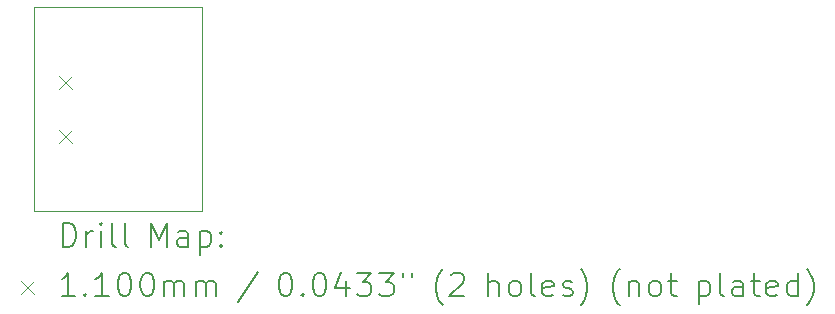
<source format=gbr>
%TF.GenerationSoftware,KiCad,Pcbnew,7.0.0-da2b9df05c~163~ubuntu22.04.1*%
%TF.CreationDate,2023-02-19T21:10:31+00:00*%
%TF.ProjectId,simpleadapter,73696d70-6c65-4616-9461-707465722e6b,rev?*%
%TF.SameCoordinates,Original*%
%TF.FileFunction,Drillmap*%
%TF.FilePolarity,Positive*%
%FSLAX45Y45*%
G04 Gerber Fmt 4.5, Leading zero omitted, Abs format (unit mm)*
G04 Created by KiCad (PCBNEW 7.0.0-da2b9df05c~163~ubuntu22.04.1) date 2023-02-19 21:10:31*
%MOMM*%
%LPD*%
G01*
G04 APERTURE LIST*
%ADD10C,0.100000*%
%ADD11C,0.200000*%
%ADD12C,0.110000*%
G04 APERTURE END LIST*
D10*
X14655800Y-8559800D02*
X16078200Y-8559800D01*
X16078200Y-8559800D02*
X16078200Y-10287000D01*
X16078200Y-10287000D02*
X14655800Y-10287000D01*
X14655800Y-10287000D02*
X14655800Y-8559800D01*
D11*
D12*
X14862700Y-9143400D02*
X14972700Y-9253400D01*
X14972700Y-9143400D02*
X14862700Y-9253400D01*
X14862700Y-9593400D02*
X14972700Y-9703400D01*
X14972700Y-9593400D02*
X14862700Y-9703400D01*
D11*
X14898419Y-10585476D02*
X14898419Y-10385476D01*
X14898419Y-10385476D02*
X14946038Y-10385476D01*
X14946038Y-10385476D02*
X14974609Y-10395000D01*
X14974609Y-10395000D02*
X14993657Y-10414048D01*
X14993657Y-10414048D02*
X15003181Y-10433095D01*
X15003181Y-10433095D02*
X15012705Y-10471190D01*
X15012705Y-10471190D02*
X15012705Y-10499762D01*
X15012705Y-10499762D02*
X15003181Y-10537857D01*
X15003181Y-10537857D02*
X14993657Y-10556905D01*
X14993657Y-10556905D02*
X14974609Y-10575952D01*
X14974609Y-10575952D02*
X14946038Y-10585476D01*
X14946038Y-10585476D02*
X14898419Y-10585476D01*
X15098419Y-10585476D02*
X15098419Y-10452143D01*
X15098419Y-10490238D02*
X15107943Y-10471190D01*
X15107943Y-10471190D02*
X15117467Y-10461667D01*
X15117467Y-10461667D02*
X15136514Y-10452143D01*
X15136514Y-10452143D02*
X15155562Y-10452143D01*
X15222228Y-10585476D02*
X15222228Y-10452143D01*
X15222228Y-10385476D02*
X15212705Y-10395000D01*
X15212705Y-10395000D02*
X15222228Y-10404524D01*
X15222228Y-10404524D02*
X15231752Y-10395000D01*
X15231752Y-10395000D02*
X15222228Y-10385476D01*
X15222228Y-10385476D02*
X15222228Y-10404524D01*
X15346038Y-10585476D02*
X15326990Y-10575952D01*
X15326990Y-10575952D02*
X15317467Y-10556905D01*
X15317467Y-10556905D02*
X15317467Y-10385476D01*
X15450800Y-10585476D02*
X15431752Y-10575952D01*
X15431752Y-10575952D02*
X15422228Y-10556905D01*
X15422228Y-10556905D02*
X15422228Y-10385476D01*
X15646990Y-10585476D02*
X15646990Y-10385476D01*
X15646990Y-10385476D02*
X15713657Y-10528333D01*
X15713657Y-10528333D02*
X15780324Y-10385476D01*
X15780324Y-10385476D02*
X15780324Y-10585476D01*
X15961276Y-10585476D02*
X15961276Y-10480714D01*
X15961276Y-10480714D02*
X15951752Y-10461667D01*
X15951752Y-10461667D02*
X15932705Y-10452143D01*
X15932705Y-10452143D02*
X15894609Y-10452143D01*
X15894609Y-10452143D02*
X15875562Y-10461667D01*
X15961276Y-10575952D02*
X15942228Y-10585476D01*
X15942228Y-10585476D02*
X15894609Y-10585476D01*
X15894609Y-10585476D02*
X15875562Y-10575952D01*
X15875562Y-10575952D02*
X15866038Y-10556905D01*
X15866038Y-10556905D02*
X15866038Y-10537857D01*
X15866038Y-10537857D02*
X15875562Y-10518810D01*
X15875562Y-10518810D02*
X15894609Y-10509286D01*
X15894609Y-10509286D02*
X15942228Y-10509286D01*
X15942228Y-10509286D02*
X15961276Y-10499762D01*
X16056514Y-10452143D02*
X16056514Y-10652143D01*
X16056514Y-10461667D02*
X16075562Y-10452143D01*
X16075562Y-10452143D02*
X16113657Y-10452143D01*
X16113657Y-10452143D02*
X16132705Y-10461667D01*
X16132705Y-10461667D02*
X16142228Y-10471190D01*
X16142228Y-10471190D02*
X16151752Y-10490238D01*
X16151752Y-10490238D02*
X16151752Y-10547381D01*
X16151752Y-10547381D02*
X16142228Y-10566429D01*
X16142228Y-10566429D02*
X16132705Y-10575952D01*
X16132705Y-10575952D02*
X16113657Y-10585476D01*
X16113657Y-10585476D02*
X16075562Y-10585476D01*
X16075562Y-10585476D02*
X16056514Y-10575952D01*
X16237467Y-10566429D02*
X16246990Y-10575952D01*
X16246990Y-10575952D02*
X16237467Y-10585476D01*
X16237467Y-10585476D02*
X16227943Y-10575952D01*
X16227943Y-10575952D02*
X16237467Y-10566429D01*
X16237467Y-10566429D02*
X16237467Y-10585476D01*
X16237467Y-10461667D02*
X16246990Y-10471190D01*
X16246990Y-10471190D02*
X16237467Y-10480714D01*
X16237467Y-10480714D02*
X16227943Y-10471190D01*
X16227943Y-10471190D02*
X16237467Y-10461667D01*
X16237467Y-10461667D02*
X16237467Y-10480714D01*
D12*
X14540800Y-10877000D02*
X14650800Y-10987000D01*
X14650800Y-10877000D02*
X14540800Y-10987000D01*
D11*
X15003181Y-11005476D02*
X14888895Y-11005476D01*
X14946038Y-11005476D02*
X14946038Y-10805476D01*
X14946038Y-10805476D02*
X14926990Y-10834048D01*
X14926990Y-10834048D02*
X14907943Y-10853095D01*
X14907943Y-10853095D02*
X14888895Y-10862619D01*
X15088895Y-10986429D02*
X15098419Y-10995952D01*
X15098419Y-10995952D02*
X15088895Y-11005476D01*
X15088895Y-11005476D02*
X15079371Y-10995952D01*
X15079371Y-10995952D02*
X15088895Y-10986429D01*
X15088895Y-10986429D02*
X15088895Y-11005476D01*
X15288895Y-11005476D02*
X15174609Y-11005476D01*
X15231752Y-11005476D02*
X15231752Y-10805476D01*
X15231752Y-10805476D02*
X15212705Y-10834048D01*
X15212705Y-10834048D02*
X15193657Y-10853095D01*
X15193657Y-10853095D02*
X15174609Y-10862619D01*
X15412705Y-10805476D02*
X15431752Y-10805476D01*
X15431752Y-10805476D02*
X15450800Y-10815000D01*
X15450800Y-10815000D02*
X15460324Y-10824524D01*
X15460324Y-10824524D02*
X15469848Y-10843571D01*
X15469848Y-10843571D02*
X15479371Y-10881667D01*
X15479371Y-10881667D02*
X15479371Y-10929286D01*
X15479371Y-10929286D02*
X15469848Y-10967381D01*
X15469848Y-10967381D02*
X15460324Y-10986429D01*
X15460324Y-10986429D02*
X15450800Y-10995952D01*
X15450800Y-10995952D02*
X15431752Y-11005476D01*
X15431752Y-11005476D02*
X15412705Y-11005476D01*
X15412705Y-11005476D02*
X15393657Y-10995952D01*
X15393657Y-10995952D02*
X15384133Y-10986429D01*
X15384133Y-10986429D02*
X15374609Y-10967381D01*
X15374609Y-10967381D02*
X15365086Y-10929286D01*
X15365086Y-10929286D02*
X15365086Y-10881667D01*
X15365086Y-10881667D02*
X15374609Y-10843571D01*
X15374609Y-10843571D02*
X15384133Y-10824524D01*
X15384133Y-10824524D02*
X15393657Y-10815000D01*
X15393657Y-10815000D02*
X15412705Y-10805476D01*
X15603181Y-10805476D02*
X15622229Y-10805476D01*
X15622229Y-10805476D02*
X15641276Y-10815000D01*
X15641276Y-10815000D02*
X15650800Y-10824524D01*
X15650800Y-10824524D02*
X15660324Y-10843571D01*
X15660324Y-10843571D02*
X15669848Y-10881667D01*
X15669848Y-10881667D02*
X15669848Y-10929286D01*
X15669848Y-10929286D02*
X15660324Y-10967381D01*
X15660324Y-10967381D02*
X15650800Y-10986429D01*
X15650800Y-10986429D02*
X15641276Y-10995952D01*
X15641276Y-10995952D02*
X15622229Y-11005476D01*
X15622229Y-11005476D02*
X15603181Y-11005476D01*
X15603181Y-11005476D02*
X15584133Y-10995952D01*
X15584133Y-10995952D02*
X15574609Y-10986429D01*
X15574609Y-10986429D02*
X15565086Y-10967381D01*
X15565086Y-10967381D02*
X15555562Y-10929286D01*
X15555562Y-10929286D02*
X15555562Y-10881667D01*
X15555562Y-10881667D02*
X15565086Y-10843571D01*
X15565086Y-10843571D02*
X15574609Y-10824524D01*
X15574609Y-10824524D02*
X15584133Y-10815000D01*
X15584133Y-10815000D02*
X15603181Y-10805476D01*
X15755562Y-11005476D02*
X15755562Y-10872143D01*
X15755562Y-10891190D02*
X15765086Y-10881667D01*
X15765086Y-10881667D02*
X15784133Y-10872143D01*
X15784133Y-10872143D02*
X15812705Y-10872143D01*
X15812705Y-10872143D02*
X15831752Y-10881667D01*
X15831752Y-10881667D02*
X15841276Y-10900714D01*
X15841276Y-10900714D02*
X15841276Y-11005476D01*
X15841276Y-10900714D02*
X15850800Y-10881667D01*
X15850800Y-10881667D02*
X15869848Y-10872143D01*
X15869848Y-10872143D02*
X15898419Y-10872143D01*
X15898419Y-10872143D02*
X15917467Y-10881667D01*
X15917467Y-10881667D02*
X15926990Y-10900714D01*
X15926990Y-10900714D02*
X15926990Y-11005476D01*
X16022229Y-11005476D02*
X16022229Y-10872143D01*
X16022229Y-10891190D02*
X16031752Y-10881667D01*
X16031752Y-10881667D02*
X16050800Y-10872143D01*
X16050800Y-10872143D02*
X16079371Y-10872143D01*
X16079371Y-10872143D02*
X16098419Y-10881667D01*
X16098419Y-10881667D02*
X16107943Y-10900714D01*
X16107943Y-10900714D02*
X16107943Y-11005476D01*
X16107943Y-10900714D02*
X16117467Y-10881667D01*
X16117467Y-10881667D02*
X16136514Y-10872143D01*
X16136514Y-10872143D02*
X16165086Y-10872143D01*
X16165086Y-10872143D02*
X16184133Y-10881667D01*
X16184133Y-10881667D02*
X16193657Y-10900714D01*
X16193657Y-10900714D02*
X16193657Y-11005476D01*
X16551752Y-10795952D02*
X16380324Y-11053095D01*
X16776514Y-10805476D02*
X16795562Y-10805476D01*
X16795562Y-10805476D02*
X16814610Y-10815000D01*
X16814610Y-10815000D02*
X16824133Y-10824524D01*
X16824133Y-10824524D02*
X16833657Y-10843571D01*
X16833657Y-10843571D02*
X16843181Y-10881667D01*
X16843181Y-10881667D02*
X16843181Y-10929286D01*
X16843181Y-10929286D02*
X16833657Y-10967381D01*
X16833657Y-10967381D02*
X16824133Y-10986429D01*
X16824133Y-10986429D02*
X16814610Y-10995952D01*
X16814610Y-10995952D02*
X16795562Y-11005476D01*
X16795562Y-11005476D02*
X16776514Y-11005476D01*
X16776514Y-11005476D02*
X16757467Y-10995952D01*
X16757467Y-10995952D02*
X16747943Y-10986429D01*
X16747943Y-10986429D02*
X16738419Y-10967381D01*
X16738419Y-10967381D02*
X16728895Y-10929286D01*
X16728895Y-10929286D02*
X16728895Y-10881667D01*
X16728895Y-10881667D02*
X16738419Y-10843571D01*
X16738419Y-10843571D02*
X16747943Y-10824524D01*
X16747943Y-10824524D02*
X16757467Y-10815000D01*
X16757467Y-10815000D02*
X16776514Y-10805476D01*
X16928895Y-10986429D02*
X16938419Y-10995952D01*
X16938419Y-10995952D02*
X16928895Y-11005476D01*
X16928895Y-11005476D02*
X16919372Y-10995952D01*
X16919372Y-10995952D02*
X16928895Y-10986429D01*
X16928895Y-10986429D02*
X16928895Y-11005476D01*
X17062229Y-10805476D02*
X17081276Y-10805476D01*
X17081276Y-10805476D02*
X17100324Y-10815000D01*
X17100324Y-10815000D02*
X17109848Y-10824524D01*
X17109848Y-10824524D02*
X17119372Y-10843571D01*
X17119372Y-10843571D02*
X17128895Y-10881667D01*
X17128895Y-10881667D02*
X17128895Y-10929286D01*
X17128895Y-10929286D02*
X17119372Y-10967381D01*
X17119372Y-10967381D02*
X17109848Y-10986429D01*
X17109848Y-10986429D02*
X17100324Y-10995952D01*
X17100324Y-10995952D02*
X17081276Y-11005476D01*
X17081276Y-11005476D02*
X17062229Y-11005476D01*
X17062229Y-11005476D02*
X17043181Y-10995952D01*
X17043181Y-10995952D02*
X17033657Y-10986429D01*
X17033657Y-10986429D02*
X17024133Y-10967381D01*
X17024133Y-10967381D02*
X17014610Y-10929286D01*
X17014610Y-10929286D02*
X17014610Y-10881667D01*
X17014610Y-10881667D02*
X17024133Y-10843571D01*
X17024133Y-10843571D02*
X17033657Y-10824524D01*
X17033657Y-10824524D02*
X17043181Y-10815000D01*
X17043181Y-10815000D02*
X17062229Y-10805476D01*
X17300324Y-10872143D02*
X17300324Y-11005476D01*
X17252705Y-10795952D02*
X17205086Y-10938810D01*
X17205086Y-10938810D02*
X17328895Y-10938810D01*
X17386038Y-10805476D02*
X17509848Y-10805476D01*
X17509848Y-10805476D02*
X17443181Y-10881667D01*
X17443181Y-10881667D02*
X17471753Y-10881667D01*
X17471753Y-10881667D02*
X17490800Y-10891190D01*
X17490800Y-10891190D02*
X17500324Y-10900714D01*
X17500324Y-10900714D02*
X17509848Y-10919762D01*
X17509848Y-10919762D02*
X17509848Y-10967381D01*
X17509848Y-10967381D02*
X17500324Y-10986429D01*
X17500324Y-10986429D02*
X17490800Y-10995952D01*
X17490800Y-10995952D02*
X17471753Y-11005476D01*
X17471753Y-11005476D02*
X17414610Y-11005476D01*
X17414610Y-11005476D02*
X17395562Y-10995952D01*
X17395562Y-10995952D02*
X17386038Y-10986429D01*
X17576514Y-10805476D02*
X17700324Y-10805476D01*
X17700324Y-10805476D02*
X17633657Y-10881667D01*
X17633657Y-10881667D02*
X17662229Y-10881667D01*
X17662229Y-10881667D02*
X17681276Y-10891190D01*
X17681276Y-10891190D02*
X17690800Y-10900714D01*
X17690800Y-10900714D02*
X17700324Y-10919762D01*
X17700324Y-10919762D02*
X17700324Y-10967381D01*
X17700324Y-10967381D02*
X17690800Y-10986429D01*
X17690800Y-10986429D02*
X17681276Y-10995952D01*
X17681276Y-10995952D02*
X17662229Y-11005476D01*
X17662229Y-11005476D02*
X17605086Y-11005476D01*
X17605086Y-11005476D02*
X17586038Y-10995952D01*
X17586038Y-10995952D02*
X17576514Y-10986429D01*
X17776514Y-10805476D02*
X17776514Y-10843571D01*
X17852705Y-10805476D02*
X17852705Y-10843571D01*
X18115562Y-11081667D02*
X18106038Y-11072143D01*
X18106038Y-11072143D02*
X18086991Y-11043571D01*
X18086991Y-11043571D02*
X18077467Y-11024524D01*
X18077467Y-11024524D02*
X18067943Y-10995952D01*
X18067943Y-10995952D02*
X18058419Y-10948333D01*
X18058419Y-10948333D02*
X18058419Y-10910238D01*
X18058419Y-10910238D02*
X18067943Y-10862619D01*
X18067943Y-10862619D02*
X18077467Y-10834048D01*
X18077467Y-10834048D02*
X18086991Y-10815000D01*
X18086991Y-10815000D02*
X18106038Y-10786429D01*
X18106038Y-10786429D02*
X18115562Y-10776905D01*
X18182229Y-10824524D02*
X18191753Y-10815000D01*
X18191753Y-10815000D02*
X18210800Y-10805476D01*
X18210800Y-10805476D02*
X18258419Y-10805476D01*
X18258419Y-10805476D02*
X18277467Y-10815000D01*
X18277467Y-10815000D02*
X18286991Y-10824524D01*
X18286991Y-10824524D02*
X18296514Y-10843571D01*
X18296514Y-10843571D02*
X18296514Y-10862619D01*
X18296514Y-10862619D02*
X18286991Y-10891190D01*
X18286991Y-10891190D02*
X18172705Y-11005476D01*
X18172705Y-11005476D02*
X18296514Y-11005476D01*
X18502229Y-11005476D02*
X18502229Y-10805476D01*
X18587943Y-11005476D02*
X18587943Y-10900714D01*
X18587943Y-10900714D02*
X18578419Y-10881667D01*
X18578419Y-10881667D02*
X18559372Y-10872143D01*
X18559372Y-10872143D02*
X18530800Y-10872143D01*
X18530800Y-10872143D02*
X18511753Y-10881667D01*
X18511753Y-10881667D02*
X18502229Y-10891190D01*
X18711753Y-11005476D02*
X18692705Y-10995952D01*
X18692705Y-10995952D02*
X18683181Y-10986429D01*
X18683181Y-10986429D02*
X18673657Y-10967381D01*
X18673657Y-10967381D02*
X18673657Y-10910238D01*
X18673657Y-10910238D02*
X18683181Y-10891190D01*
X18683181Y-10891190D02*
X18692705Y-10881667D01*
X18692705Y-10881667D02*
X18711753Y-10872143D01*
X18711753Y-10872143D02*
X18740324Y-10872143D01*
X18740324Y-10872143D02*
X18759372Y-10881667D01*
X18759372Y-10881667D02*
X18768895Y-10891190D01*
X18768895Y-10891190D02*
X18778419Y-10910238D01*
X18778419Y-10910238D02*
X18778419Y-10967381D01*
X18778419Y-10967381D02*
X18768895Y-10986429D01*
X18768895Y-10986429D02*
X18759372Y-10995952D01*
X18759372Y-10995952D02*
X18740324Y-11005476D01*
X18740324Y-11005476D02*
X18711753Y-11005476D01*
X18892705Y-11005476D02*
X18873657Y-10995952D01*
X18873657Y-10995952D02*
X18864134Y-10976905D01*
X18864134Y-10976905D02*
X18864134Y-10805476D01*
X19045086Y-10995952D02*
X19026038Y-11005476D01*
X19026038Y-11005476D02*
X18987943Y-11005476D01*
X18987943Y-11005476D02*
X18968895Y-10995952D01*
X18968895Y-10995952D02*
X18959372Y-10976905D01*
X18959372Y-10976905D02*
X18959372Y-10900714D01*
X18959372Y-10900714D02*
X18968895Y-10881667D01*
X18968895Y-10881667D02*
X18987943Y-10872143D01*
X18987943Y-10872143D02*
X19026038Y-10872143D01*
X19026038Y-10872143D02*
X19045086Y-10881667D01*
X19045086Y-10881667D02*
X19054610Y-10900714D01*
X19054610Y-10900714D02*
X19054610Y-10919762D01*
X19054610Y-10919762D02*
X18959372Y-10938810D01*
X19130800Y-10995952D02*
X19149848Y-11005476D01*
X19149848Y-11005476D02*
X19187943Y-11005476D01*
X19187943Y-11005476D02*
X19206991Y-10995952D01*
X19206991Y-10995952D02*
X19216515Y-10976905D01*
X19216515Y-10976905D02*
X19216515Y-10967381D01*
X19216515Y-10967381D02*
X19206991Y-10948333D01*
X19206991Y-10948333D02*
X19187943Y-10938810D01*
X19187943Y-10938810D02*
X19159372Y-10938810D01*
X19159372Y-10938810D02*
X19140324Y-10929286D01*
X19140324Y-10929286D02*
X19130800Y-10910238D01*
X19130800Y-10910238D02*
X19130800Y-10900714D01*
X19130800Y-10900714D02*
X19140324Y-10881667D01*
X19140324Y-10881667D02*
X19159372Y-10872143D01*
X19159372Y-10872143D02*
X19187943Y-10872143D01*
X19187943Y-10872143D02*
X19206991Y-10881667D01*
X19283181Y-11081667D02*
X19292705Y-11072143D01*
X19292705Y-11072143D02*
X19311753Y-11043571D01*
X19311753Y-11043571D02*
X19321276Y-11024524D01*
X19321276Y-11024524D02*
X19330800Y-10995952D01*
X19330800Y-10995952D02*
X19340324Y-10948333D01*
X19340324Y-10948333D02*
X19340324Y-10910238D01*
X19340324Y-10910238D02*
X19330800Y-10862619D01*
X19330800Y-10862619D02*
X19321276Y-10834048D01*
X19321276Y-10834048D02*
X19311753Y-10815000D01*
X19311753Y-10815000D02*
X19292705Y-10786429D01*
X19292705Y-10786429D02*
X19283181Y-10776905D01*
X19612705Y-11081667D02*
X19603181Y-11072143D01*
X19603181Y-11072143D02*
X19584134Y-11043571D01*
X19584134Y-11043571D02*
X19574610Y-11024524D01*
X19574610Y-11024524D02*
X19565086Y-10995952D01*
X19565086Y-10995952D02*
X19555562Y-10948333D01*
X19555562Y-10948333D02*
X19555562Y-10910238D01*
X19555562Y-10910238D02*
X19565086Y-10862619D01*
X19565086Y-10862619D02*
X19574610Y-10834048D01*
X19574610Y-10834048D02*
X19584134Y-10815000D01*
X19584134Y-10815000D02*
X19603181Y-10786429D01*
X19603181Y-10786429D02*
X19612705Y-10776905D01*
X19688895Y-10872143D02*
X19688895Y-11005476D01*
X19688895Y-10891190D02*
X19698419Y-10881667D01*
X19698419Y-10881667D02*
X19717467Y-10872143D01*
X19717467Y-10872143D02*
X19746038Y-10872143D01*
X19746038Y-10872143D02*
X19765086Y-10881667D01*
X19765086Y-10881667D02*
X19774610Y-10900714D01*
X19774610Y-10900714D02*
X19774610Y-11005476D01*
X19898419Y-11005476D02*
X19879372Y-10995952D01*
X19879372Y-10995952D02*
X19869848Y-10986429D01*
X19869848Y-10986429D02*
X19860324Y-10967381D01*
X19860324Y-10967381D02*
X19860324Y-10910238D01*
X19860324Y-10910238D02*
X19869848Y-10891190D01*
X19869848Y-10891190D02*
X19879372Y-10881667D01*
X19879372Y-10881667D02*
X19898419Y-10872143D01*
X19898419Y-10872143D02*
X19926991Y-10872143D01*
X19926991Y-10872143D02*
X19946038Y-10881667D01*
X19946038Y-10881667D02*
X19955562Y-10891190D01*
X19955562Y-10891190D02*
X19965086Y-10910238D01*
X19965086Y-10910238D02*
X19965086Y-10967381D01*
X19965086Y-10967381D02*
X19955562Y-10986429D01*
X19955562Y-10986429D02*
X19946038Y-10995952D01*
X19946038Y-10995952D02*
X19926991Y-11005476D01*
X19926991Y-11005476D02*
X19898419Y-11005476D01*
X20022229Y-10872143D02*
X20098419Y-10872143D01*
X20050800Y-10805476D02*
X20050800Y-10976905D01*
X20050800Y-10976905D02*
X20060324Y-10995952D01*
X20060324Y-10995952D02*
X20079372Y-11005476D01*
X20079372Y-11005476D02*
X20098419Y-11005476D01*
X20285086Y-10872143D02*
X20285086Y-11072143D01*
X20285086Y-10881667D02*
X20304134Y-10872143D01*
X20304134Y-10872143D02*
X20342229Y-10872143D01*
X20342229Y-10872143D02*
X20361276Y-10881667D01*
X20361276Y-10881667D02*
X20370800Y-10891190D01*
X20370800Y-10891190D02*
X20380324Y-10910238D01*
X20380324Y-10910238D02*
X20380324Y-10967381D01*
X20380324Y-10967381D02*
X20370800Y-10986429D01*
X20370800Y-10986429D02*
X20361276Y-10995952D01*
X20361276Y-10995952D02*
X20342229Y-11005476D01*
X20342229Y-11005476D02*
X20304134Y-11005476D01*
X20304134Y-11005476D02*
X20285086Y-10995952D01*
X20494610Y-11005476D02*
X20475562Y-10995952D01*
X20475562Y-10995952D02*
X20466038Y-10976905D01*
X20466038Y-10976905D02*
X20466038Y-10805476D01*
X20656515Y-11005476D02*
X20656515Y-10900714D01*
X20656515Y-10900714D02*
X20646991Y-10881667D01*
X20646991Y-10881667D02*
X20627943Y-10872143D01*
X20627943Y-10872143D02*
X20589848Y-10872143D01*
X20589848Y-10872143D02*
X20570800Y-10881667D01*
X20656515Y-10995952D02*
X20637467Y-11005476D01*
X20637467Y-11005476D02*
X20589848Y-11005476D01*
X20589848Y-11005476D02*
X20570800Y-10995952D01*
X20570800Y-10995952D02*
X20561276Y-10976905D01*
X20561276Y-10976905D02*
X20561276Y-10957857D01*
X20561276Y-10957857D02*
X20570800Y-10938810D01*
X20570800Y-10938810D02*
X20589848Y-10929286D01*
X20589848Y-10929286D02*
X20637467Y-10929286D01*
X20637467Y-10929286D02*
X20656515Y-10919762D01*
X20723181Y-10872143D02*
X20799372Y-10872143D01*
X20751753Y-10805476D02*
X20751753Y-10976905D01*
X20751753Y-10976905D02*
X20761276Y-10995952D01*
X20761276Y-10995952D02*
X20780324Y-11005476D01*
X20780324Y-11005476D02*
X20799372Y-11005476D01*
X20942229Y-10995952D02*
X20923181Y-11005476D01*
X20923181Y-11005476D02*
X20885086Y-11005476D01*
X20885086Y-11005476D02*
X20866038Y-10995952D01*
X20866038Y-10995952D02*
X20856515Y-10976905D01*
X20856515Y-10976905D02*
X20856515Y-10900714D01*
X20856515Y-10900714D02*
X20866038Y-10881667D01*
X20866038Y-10881667D02*
X20885086Y-10872143D01*
X20885086Y-10872143D02*
X20923181Y-10872143D01*
X20923181Y-10872143D02*
X20942229Y-10881667D01*
X20942229Y-10881667D02*
X20951753Y-10900714D01*
X20951753Y-10900714D02*
X20951753Y-10919762D01*
X20951753Y-10919762D02*
X20856515Y-10938810D01*
X21123181Y-11005476D02*
X21123181Y-10805476D01*
X21123181Y-10995952D02*
X21104134Y-11005476D01*
X21104134Y-11005476D02*
X21066038Y-11005476D01*
X21066038Y-11005476D02*
X21046991Y-10995952D01*
X21046991Y-10995952D02*
X21037467Y-10986429D01*
X21037467Y-10986429D02*
X21027943Y-10967381D01*
X21027943Y-10967381D02*
X21027943Y-10910238D01*
X21027943Y-10910238D02*
X21037467Y-10891190D01*
X21037467Y-10891190D02*
X21046991Y-10881667D01*
X21046991Y-10881667D02*
X21066038Y-10872143D01*
X21066038Y-10872143D02*
X21104134Y-10872143D01*
X21104134Y-10872143D02*
X21123181Y-10881667D01*
X21199372Y-11081667D02*
X21208896Y-11072143D01*
X21208896Y-11072143D02*
X21227943Y-11043571D01*
X21227943Y-11043571D02*
X21237467Y-11024524D01*
X21237467Y-11024524D02*
X21246991Y-10995952D01*
X21246991Y-10995952D02*
X21256515Y-10948333D01*
X21256515Y-10948333D02*
X21256515Y-10910238D01*
X21256515Y-10910238D02*
X21246991Y-10862619D01*
X21246991Y-10862619D02*
X21237467Y-10834048D01*
X21237467Y-10834048D02*
X21227943Y-10815000D01*
X21227943Y-10815000D02*
X21208896Y-10786429D01*
X21208896Y-10786429D02*
X21199372Y-10776905D01*
M02*

</source>
